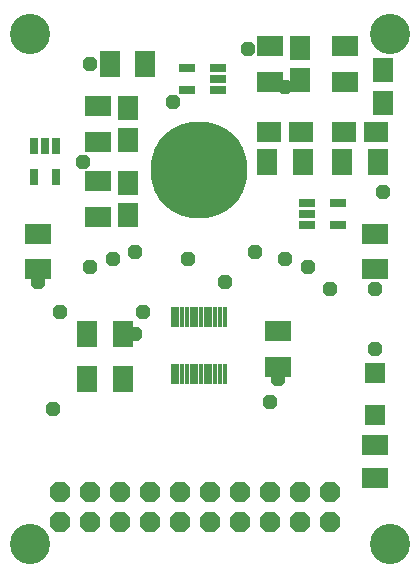
<source format=gts>
G75*
G70*
%OFA0B0*%
%FSLAX24Y24*%
%IPPOS*%
%LPD*%
%AMOC8*
5,1,8,0,0,1.08239X$1,22.5*
%
%ADD10C,0.3230*%
%ADD11C,0.1340*%
%ADD12R,0.0171X0.0710*%
%ADD13OC8,0.0680*%
%ADD14R,0.0297X0.0552*%
%ADD15R,0.0867X0.0671*%
%ADD16R,0.0671X0.0848*%
%ADD17R,0.0552X0.0297*%
%ADD18R,0.0671X0.0867*%
%ADD19R,0.0848X0.0671*%
%ADD20R,0.0671X0.0671*%
%ADD21R,0.0867X0.0710*%
%ADD22OC8,0.0476*%
D10*
X010416Y014238D03*
D11*
X004784Y001760D03*
X016784Y001760D03*
X016784Y018760D03*
X004784Y018760D03*
D12*
X009534Y009325D03*
X009691Y009325D03*
X009849Y009325D03*
X010006Y009325D03*
X010164Y009325D03*
X010321Y009325D03*
X010479Y009325D03*
X010636Y009325D03*
X010794Y009325D03*
X010951Y009325D03*
X011109Y009325D03*
X011266Y009325D03*
X011266Y007435D03*
X011109Y007435D03*
X010951Y007435D03*
X010794Y007435D03*
X010636Y007435D03*
X010479Y007435D03*
X010321Y007435D03*
X010164Y007435D03*
X010006Y007435D03*
X009849Y007435D03*
X009691Y007435D03*
X009534Y007435D03*
D13*
X009784Y003510D03*
X009784Y002510D03*
X010784Y002510D03*
X010784Y003510D03*
X011784Y003510D03*
X011784Y002510D03*
X012784Y002510D03*
X012784Y003510D03*
X013784Y003510D03*
X013784Y002510D03*
X014784Y002510D03*
X014784Y003510D03*
X008784Y003510D03*
X008784Y002510D03*
X007784Y002510D03*
X007784Y003510D03*
X006784Y003510D03*
X006784Y002510D03*
X005784Y002510D03*
X005784Y003510D03*
D14*
X005658Y013998D03*
X004910Y013998D03*
X004910Y015022D03*
X005284Y015022D03*
X005658Y015022D03*
D15*
X007034Y015169D03*
X007034Y016350D03*
X007034Y013850D03*
X007034Y012669D03*
X005034Y012100D03*
X005034Y010919D03*
X012784Y017169D03*
X012784Y018350D03*
X015284Y018350D03*
X015284Y017169D03*
X016284Y012100D03*
X016284Y010919D03*
X013034Y008850D03*
X013034Y007669D03*
D16*
X008034Y012718D03*
X008034Y013801D03*
X008034Y015218D03*
X008034Y016301D03*
X013784Y017218D03*
X013784Y018301D03*
X016534Y017551D03*
X016534Y016468D03*
D17*
X015046Y013134D03*
X015046Y012386D03*
X014022Y012386D03*
X014022Y012760D03*
X014022Y013134D03*
X011046Y016886D03*
X011046Y017260D03*
X011046Y017634D03*
X010022Y017634D03*
X010022Y016886D03*
D18*
X008624Y017760D03*
X007443Y017760D03*
X012693Y014510D03*
X013874Y014510D03*
X015193Y014510D03*
X016374Y014510D03*
X007874Y008760D03*
X006693Y008760D03*
X006693Y007260D03*
X007874Y007260D03*
D19*
X012742Y015510D03*
X013825Y015510D03*
X015242Y015510D03*
X016325Y015510D03*
D20*
X016284Y007449D03*
X016284Y006071D03*
D21*
X016284Y005061D03*
X016284Y003959D03*
D22*
X013034Y007260D03*
X012784Y006510D03*
X014784Y010260D03*
X014034Y011010D03*
X013284Y011260D03*
X012284Y011510D03*
X011284Y010510D03*
X010034Y011260D03*
X008534Y009510D03*
X008284Y008760D03*
X006784Y011010D03*
X007534Y011260D03*
X008284Y011510D03*
X005784Y009510D03*
X005034Y010510D03*
X006534Y014510D03*
X006784Y017760D03*
X009534Y016510D03*
X012034Y018260D03*
X013284Y017010D03*
X016534Y013510D03*
X016284Y010260D03*
X016284Y008260D03*
X005534Y006260D03*
M02*

</source>
